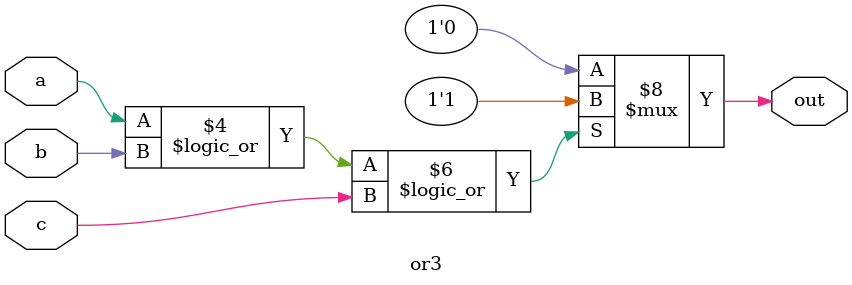
<source format=v>
module or3(a,b, c, out);
    input a;
    input b;
    input c;
    output reg out;
    
    always@(a,b, c)
    begin
        if(a==1'b1 || b==1'b1 || c==1'b1)
            out=1'b1;
        else
            out=1'b0;
    end

endmodule
</source>
